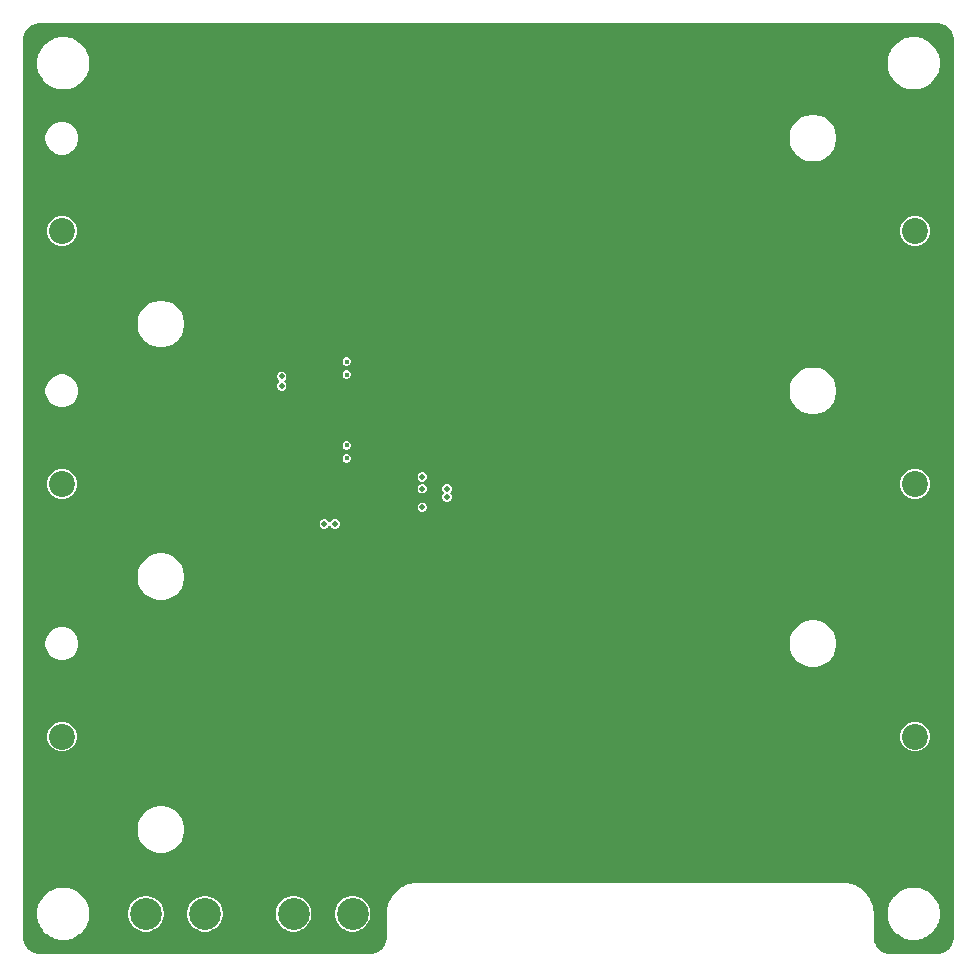
<source format=gbr>
%TF.GenerationSoftware,Altium Limited,Altium Designer,21.6.1 (37)*%
G04 Layer_Physical_Order=3*
G04 Layer_Color=16440176*
%FSLAX45Y45*%
%MOMM*%
%TF.SameCoordinates,713E3131-B0EE-4415-9D9D-843BC13DAD56*%
%TF.FilePolarity,Positive*%
%TF.FileFunction,Copper,L3,Inr,Signal*%
%TF.Part,Single*%
G01*
G75*
%TA.AperFunction,ComponentPad*%
%ADD10C,2.20000*%
%ADD11C,2.70000*%
%TA.AperFunction,ViaPad*%
%ADD12C,0.50000*%
%ADD13C,0.40000*%
G36*
X7841129Y7934126D02*
X7866393Y7923661D01*
X7889132Y7908468D01*
X7908468Y7889132D01*
X7923661Y7866393D01*
X7934126Y7841129D01*
X7939461Y7814308D01*
Y7800635D01*
X7939461Y200636D01*
X7939461Y186962D01*
X7934126Y160141D01*
X7923661Y134876D01*
X7908468Y112138D01*
X7889132Y92802D01*
X7866394Y77609D01*
X7841129Y67144D01*
X7814309Y61809D01*
X7400636D01*
X7386962Y61809D01*
X7360141Y67144D01*
X7334877Y77609D01*
X7312139Y92802D01*
X7292803Y112138D01*
X7277610Y134876D01*
X7267144Y160141D01*
X7261810Y186961D01*
X7261809Y400634D01*
X7261512Y402129D01*
X7261736Y403637D01*
X7260772Y423240D01*
X7259671Y427639D01*
Y432173D01*
X7252022Y470626D01*
X7249716Y476192D01*
X7248540Y482102D01*
X7233537Y518324D01*
X7230190Y523334D01*
X7227884Y528900D01*
X7206102Y561500D01*
X7201841Y565760D01*
X7198494Y570770D01*
X7170771Y598493D01*
X7165761Y601840D01*
X7161501Y606100D01*
X7128902Y627883D01*
X7123334Y630189D01*
X7118325Y633536D01*
X7082103Y648540D01*
X7076193Y649715D01*
X7070627Y652021D01*
X7032173Y659670D01*
X7027638D01*
X7023240Y660772D01*
X7003636Y661735D01*
X7002130Y661511D01*
X7000635Y661808D01*
X3400000Y661809D01*
X3398456Y661502D01*
X3396898Y661730D01*
X3377929Y660767D01*
X3373581Y659671D01*
X3369097D01*
X3330643Y652022D01*
X3325077Y649716D01*
X3319168Y648540D01*
X3282945Y633537D01*
X3277935Y630189D01*
X3272369Y627883D01*
X3239770Y606101D01*
X3235509Y601841D01*
X3230500Y598494D01*
X3202776Y570770D01*
X3199429Y565761D01*
X3195169Y561500D01*
X3173387Y528901D01*
X3171081Y523334D01*
X3167733Y518324D01*
X3152730Y482102D01*
X3151554Y476193D01*
X3149248Y470627D01*
X3141600Y432173D01*
Y427638D01*
X3140498Y423239D01*
X3139535Y403636D01*
X3139758Y402129D01*
X3139461Y400635D01*
X3139461Y200636D01*
X3139461Y186962D01*
X3134126Y160141D01*
X3123661Y134876D01*
X3108467Y112138D01*
X3089132Y92802D01*
X3066393Y77609D01*
X3041128Y67144D01*
X3014309Y61809D01*
X3000635D01*
X200635Y61809D01*
X186962Y61809D01*
X160141Y67144D01*
X134877Y77609D01*
X112138Y92802D01*
X92803Y112137D01*
X77609Y134877D01*
X67144Y160141D01*
X61809Y186961D01*
Y200635D01*
Y7800635D01*
X61809Y7814308D01*
X67144Y7841129D01*
X77609Y7866393D01*
X92802Y7889131D01*
X112138Y7908467D01*
X134877Y7923661D01*
X160142Y7934126D01*
X186962Y7939460D01*
X200635Y7939460D01*
X7800635Y7939461D01*
X7814308D01*
X7841129Y7934126D01*
D02*
G37*
%LPC*%
G36*
X7616394Y7821810D02*
X7584877D01*
X7578967Y7820635D01*
X7572942D01*
X7542030Y7814486D01*
X7536463Y7812180D01*
X7530554Y7811004D01*
X7501436Y7798943D01*
X7496426Y7795596D01*
X7490860Y7793290D01*
X7464654Y7775780D01*
X7460393Y7771519D01*
X7455384Y7768172D01*
X7433098Y7745886D01*
X7429750Y7740877D01*
X7425490Y7736616D01*
X7407980Y7710410D01*
X7405674Y7704843D01*
X7402327Y7699834D01*
X7390265Y7670716D01*
X7389090Y7664806D01*
X7386784Y7659239D01*
X7380635Y7628328D01*
Y7622303D01*
X7379460Y7616393D01*
Y7584876D01*
X7380635Y7578966D01*
Y7572942D01*
X7386784Y7542030D01*
X7389090Y7536463D01*
X7390265Y7530553D01*
X7402327Y7501435D01*
X7405674Y7496426D01*
X7407980Y7490859D01*
X7425490Y7464653D01*
X7429750Y7460392D01*
X7433098Y7455383D01*
X7455384Y7433097D01*
X7460393Y7429750D01*
X7464654Y7425489D01*
X7490860Y7407979D01*
X7496426Y7405673D01*
X7501436Y7402326D01*
X7530554Y7390265D01*
X7536464Y7389089D01*
X7542030Y7386784D01*
X7572942Y7380635D01*
X7578967D01*
X7584877Y7379459D01*
X7616394D01*
X7622304Y7380635D01*
X7628328D01*
X7659240Y7386784D01*
X7664807Y7389089D01*
X7670717Y7390265D01*
X7699834Y7402326D01*
X7704844Y7405673D01*
X7710411Y7407979D01*
X7736616Y7425489D01*
X7740877Y7429750D01*
X7745887Y7433097D01*
X7768173Y7455383D01*
X7771520Y7460392D01*
X7775781Y7464653D01*
X7793291Y7490859D01*
X7795597Y7496426D01*
X7798944Y7501435D01*
X7811005Y7530553D01*
X7812180Y7536463D01*
X7814486Y7542030D01*
X7820635Y7572941D01*
Y7578967D01*
X7821811Y7584876D01*
Y7616393D01*
X7820635Y7622303D01*
Y7628328D01*
X7814486Y7659240D01*
X7812180Y7664807D01*
X7811005Y7670716D01*
X7798944Y7699834D01*
X7795597Y7704844D01*
X7793291Y7710410D01*
X7775781Y7736616D01*
X7771520Y7740877D01*
X7768173Y7745886D01*
X7745887Y7768172D01*
X7740877Y7771519D01*
X7736616Y7775780D01*
X7710411Y7793290D01*
X7704844Y7795596D01*
X7699834Y7798943D01*
X7670716Y7811004D01*
X7664807Y7812180D01*
X7659240Y7814486D01*
X7628329Y7820635D01*
X7622303D01*
X7616394Y7821810D01*
D02*
G37*
G36*
X416394D02*
X384877D01*
X378967Y7820635D01*
X372942D01*
X342030Y7814486D01*
X336463Y7812180D01*
X330554Y7811004D01*
X301436Y7798943D01*
X296426Y7795596D01*
X290860Y7793290D01*
X264654Y7775780D01*
X260393Y7771519D01*
X255384Y7768172D01*
X233098Y7745886D01*
X229750Y7740877D01*
X225490Y7736616D01*
X207980Y7710410D01*
X205674Y7704843D01*
X202326Y7699834D01*
X190265Y7670716D01*
X189090Y7664806D01*
X186784Y7659239D01*
X180635Y7628328D01*
Y7622303D01*
X179460Y7616393D01*
Y7600636D01*
X179460Y7584877D01*
X180635Y7578967D01*
Y7572941D01*
X186784Y7542029D01*
X189090Y7536462D01*
X190265Y7530553D01*
X202326Y7501435D01*
X205674Y7496426D01*
X207980Y7490859D01*
X225490Y7464653D01*
X229750Y7460392D01*
X233098Y7455383D01*
X255384Y7433097D01*
X260393Y7429750D01*
X264654Y7425489D01*
X290859Y7407979D01*
X296426Y7405673D01*
X301436Y7402326D01*
X330554Y7390265D01*
X336464Y7389089D01*
X342030Y7386784D01*
X372942Y7380635D01*
X378967D01*
X384877Y7379459D01*
X416394D01*
X422303Y7380635D01*
X428328D01*
X459240Y7386784D01*
X464807Y7389089D01*
X470717Y7390265D01*
X499834Y7402326D01*
X504844Y7405673D01*
X510410Y7407979D01*
X536616Y7425489D01*
X540877Y7429750D01*
X545887Y7433097D01*
X568173Y7455383D01*
X571520Y7460392D01*
X575781Y7464653D01*
X593291Y7490859D01*
X595596Y7496426D01*
X598944Y7501435D01*
X611005Y7530553D01*
X612180Y7536463D01*
X614486Y7542030D01*
X620635Y7572941D01*
Y7578967D01*
X621811Y7584876D01*
Y7616393D01*
X620635Y7622303D01*
Y7628328D01*
X614486Y7659240D01*
X612180Y7664807D01*
X611005Y7670716D01*
X598944Y7699834D01*
X595596Y7704844D01*
X593291Y7710410D01*
X575781Y7736616D01*
X571520Y7740877D01*
X568173Y7745886D01*
X545887Y7768172D01*
X540877Y7771519D01*
X536616Y7775780D01*
X510411Y7793290D01*
X504844Y7795596D01*
X499834Y7798943D01*
X470716Y7811004D01*
X464807Y7812180D01*
X459240Y7814486D01*
X428329Y7820635D01*
X422303D01*
X416394Y7821810D01*
D02*
G37*
G36*
X407365Y7106500D02*
X370634D01*
X335155Y7096993D01*
X303345Y7078627D01*
X277372Y7052655D01*
X259007Y7020845D01*
X249500Y6985365D01*
Y6948634D01*
X259007Y6913155D01*
X277372Y6881345D01*
X303345Y6855372D01*
X335155Y6837007D01*
X370634Y6827500D01*
X407365D01*
X442845Y6837007D01*
X474655Y6855372D01*
X500627Y6881345D01*
X518993Y6913155D01*
X528500Y6948634D01*
Y6985365D01*
X518993Y7020845D01*
X500627Y7052655D01*
X474655Y7078627D01*
X442845Y7096993D01*
X407365Y7106500D01*
D02*
G37*
G36*
X6766452Y7164500D02*
X6727548D01*
X6689391Y7156910D01*
X6653448Y7142022D01*
X6621101Y7120408D01*
X6593592Y7092899D01*
X6571977Y7060551D01*
X6557090Y7024609D01*
X6549500Y6986452D01*
Y6947548D01*
X6557090Y6909391D01*
X6571977Y6873449D01*
X6593592Y6841101D01*
X6621101Y6813592D01*
X6653448Y6791978D01*
X6689391Y6777090D01*
X6727548Y6769500D01*
X6766452D01*
X6804608Y6777090D01*
X6840551Y6791978D01*
X6872899Y6813592D01*
X6900408Y6841101D01*
X6922022Y6873449D01*
X6936910Y6909391D01*
X6944500Y6947548D01*
Y6986452D01*
X6936910Y7024609D01*
X6922022Y7060551D01*
X6900408Y7092899D01*
X6872899Y7120408D01*
X6840551Y7142022D01*
X6804608Y7156910D01*
X6766452Y7164500D01*
D02*
G37*
G36*
X7627456Y6305000D02*
X7594543D01*
X7562751Y6296482D01*
X7534248Y6280025D01*
X7510975Y6256752D01*
X7494518Y6228248D01*
X7486000Y6196457D01*
Y6163543D01*
X7494518Y6131752D01*
X7510975Y6103248D01*
X7534248Y6079975D01*
X7562751Y6063518D01*
X7594543Y6055000D01*
X7627456D01*
X7659248Y6063518D01*
X7687752Y6079975D01*
X7711025Y6103248D01*
X7727481Y6131752D01*
X7736000Y6163543D01*
Y6196457D01*
X7727481Y6228248D01*
X7711025Y6256752D01*
X7687752Y6280025D01*
X7659248Y6296482D01*
X7627456Y6305000D01*
D02*
G37*
G36*
X405456Y6305000D02*
X372543D01*
X340751Y6296481D01*
X312248Y6280025D01*
X288975Y6256752D01*
X272518Y6228248D01*
X264000Y6196456D01*
Y6163543D01*
X272518Y6131752D01*
X288975Y6103248D01*
X312248Y6079975D01*
X340751Y6063518D01*
X372543Y6055000D01*
X405456D01*
X437248Y6063518D01*
X465752Y6079975D01*
X489025Y6103248D01*
X505481Y6131752D01*
X514000Y6163543D01*
Y6196456D01*
X505481Y6228248D01*
X489025Y6256752D01*
X465752Y6280025D01*
X437248Y6296481D01*
X405456Y6305000D01*
D02*
G37*
G36*
X1246452Y5590500D02*
X1207548D01*
X1169391Y5582910D01*
X1133449Y5568022D01*
X1101101Y5546408D01*
X1073592Y5518899D01*
X1051978Y5486551D01*
X1037090Y5450609D01*
X1029500Y5412452D01*
Y5373548D01*
X1037090Y5335391D01*
X1051978Y5299449D01*
X1073592Y5267101D01*
X1101101Y5239592D01*
X1133449Y5217978D01*
X1169391Y5203090D01*
X1207548Y5195500D01*
X1246452D01*
X1284609Y5203090D01*
X1320551Y5217978D01*
X1352899Y5239592D01*
X1380408Y5267101D01*
X1402022Y5299449D01*
X1416910Y5335391D01*
X1424500Y5373548D01*
Y5412452D01*
X1416910Y5450609D01*
X1402022Y5486551D01*
X1380408Y5518899D01*
X1352899Y5546408D01*
X1320551Y5568022D01*
X1284609Y5582910D01*
X1246452Y5590500D01*
D02*
G37*
G36*
X2806962Y5110000D02*
X2793038D01*
X2780174Y5104672D01*
X2770328Y5094826D01*
X2765000Y5081962D01*
Y5068038D01*
X2770328Y5055174D01*
X2780174Y5045328D01*
X2793038Y5040000D01*
X2806962D01*
X2819826Y5045328D01*
X2829672Y5055174D01*
X2835000Y5068038D01*
Y5081962D01*
X2829672Y5094826D01*
X2819826Y5104672D01*
X2806962Y5110000D01*
D02*
G37*
G36*
Y5000000D02*
X2793038D01*
X2780174Y4994672D01*
X2770328Y4984826D01*
X2765000Y4971962D01*
Y4958038D01*
X2770328Y4945174D01*
X2780174Y4935329D01*
X2793038Y4930000D01*
X2806962D01*
X2819826Y4935329D01*
X2829672Y4945174D01*
X2835000Y4958038D01*
Y4971962D01*
X2829672Y4984826D01*
X2819826Y4994672D01*
X2806962Y5000000D01*
D02*
G37*
G36*
X2257957Y4990000D02*
X2242044D01*
X2227342Y4983910D01*
X2216090Y4972658D01*
X2210000Y4957957D01*
Y4942043D01*
X2216090Y4927342D01*
X2226234Y4917198D01*
X2226834Y4910000D01*
X2226234Y4902802D01*
X2216090Y4892658D01*
X2210000Y4877956D01*
Y4862043D01*
X2216090Y4847342D01*
X2227342Y4836090D01*
X2242044Y4830000D01*
X2257957D01*
X2272658Y4836090D01*
X2283910Y4847342D01*
X2290000Y4862043D01*
Y4877956D01*
X2283910Y4892658D01*
X2273766Y4902802D01*
X2273166Y4910000D01*
X2273766Y4917198D01*
X2283910Y4927342D01*
X2290000Y4942043D01*
Y4957957D01*
X2283910Y4972658D01*
X2272658Y4983910D01*
X2257957Y4990000D01*
D02*
G37*
G36*
X407365Y4966499D02*
X370634D01*
X335155Y4956993D01*
X303345Y4938627D01*
X277372Y4912654D01*
X259007Y4880844D01*
X249500Y4845365D01*
Y4808634D01*
X259007Y4773155D01*
X277372Y4741345D01*
X303345Y4715372D01*
X335155Y4697006D01*
X370634Y4687500D01*
X407365D01*
X442845Y4697006D01*
X474655Y4715372D01*
X500627Y4741345D01*
X518993Y4773155D01*
X528500Y4808634D01*
Y4845365D01*
X518993Y4880844D01*
X500627Y4912654D01*
X474655Y4938627D01*
X442845Y4956993D01*
X407365Y4966499D01*
D02*
G37*
G36*
X6766452Y5024499D02*
X6727548D01*
X6689391Y5016910D01*
X6653448Y5002022D01*
X6621101Y4980408D01*
X6593592Y4952898D01*
X6571977Y4920551D01*
X6557090Y4884608D01*
X6549500Y4846452D01*
Y4807547D01*
X6557090Y4769391D01*
X6571977Y4733448D01*
X6593592Y4701101D01*
X6621101Y4673591D01*
X6653448Y4651977D01*
X6689391Y4637089D01*
X6727548Y4629500D01*
X6766452D01*
X6804608Y4637089D01*
X6840551Y4651977D01*
X6872899Y4673591D01*
X6900408Y4701101D01*
X6922022Y4733448D01*
X6936910Y4769391D01*
X6944500Y4807547D01*
Y4846452D01*
X6936910Y4884608D01*
X6922022Y4920551D01*
X6900408Y4952898D01*
X6872899Y4980408D01*
X6840551Y5002022D01*
X6804608Y5016910D01*
X6766452Y5024499D01*
D02*
G37*
G36*
X2806962Y4400000D02*
X2793038D01*
X2780174Y4394671D01*
X2770329Y4384826D01*
X2765000Y4371962D01*
Y4358038D01*
X2770329Y4345174D01*
X2780174Y4335328D01*
X2793038Y4330000D01*
X2806962D01*
X2819826Y4335328D01*
X2829672Y4345174D01*
X2835000Y4358038D01*
Y4371962D01*
X2829672Y4384826D01*
X2819826Y4394671D01*
X2806962Y4400000D01*
D02*
G37*
G36*
Y4290000D02*
X2793038D01*
X2780174Y4284672D01*
X2770329Y4274826D01*
X2765000Y4261962D01*
Y4248038D01*
X2770329Y4235174D01*
X2780174Y4225329D01*
X2793038Y4220000D01*
X2806962D01*
X2819826Y4225329D01*
X2829672Y4235174D01*
X2835000Y4248038D01*
Y4261962D01*
X2829672Y4274826D01*
X2819826Y4284672D01*
X2806962Y4290000D01*
D02*
G37*
G36*
X3447957Y4140000D02*
X3432043D01*
X3417342Y4133910D01*
X3406090Y4122658D01*
X3400000Y4107956D01*
Y4092043D01*
X3406090Y4077342D01*
X3417342Y4066090D01*
X3432043Y4060000D01*
X3447957D01*
X3462658Y4066090D01*
X3473910Y4077342D01*
X3480000Y4092043D01*
Y4107956D01*
X3473910Y4122658D01*
X3462658Y4133910D01*
X3447957Y4140000D01*
D02*
G37*
G36*
Y4040000D02*
X3432043D01*
X3417342Y4033910D01*
X3406090Y4022658D01*
X3400000Y4007956D01*
Y3992043D01*
X3406090Y3977342D01*
X3417342Y3966090D01*
X3432043Y3960000D01*
X3447957D01*
X3462658Y3966090D01*
X3473910Y3977342D01*
X3480000Y3992043D01*
Y4007956D01*
X3473910Y4022658D01*
X3462658Y4033910D01*
X3447957Y4040000D01*
D02*
G37*
G36*
X7627456Y4165000D02*
X7594543D01*
X7562751Y4156481D01*
X7534248Y4140025D01*
X7510975Y4116752D01*
X7494518Y4088248D01*
X7486000Y4056456D01*
Y4023543D01*
X7494518Y3991751D01*
X7510975Y3963248D01*
X7534248Y3939975D01*
X7562751Y3923518D01*
X7594543Y3915000D01*
X7627456D01*
X7659248Y3923518D01*
X7687752Y3939975D01*
X7711025Y3963248D01*
X7727481Y3991751D01*
X7736000Y4023543D01*
Y4056456D01*
X7727481Y4088248D01*
X7711025Y4116752D01*
X7687752Y4140025D01*
X7659248Y4156481D01*
X7627456Y4165000D01*
D02*
G37*
G36*
X405456Y4165000D02*
X372543D01*
X340751Y4156481D01*
X312248Y4140024D01*
X288975Y4116751D01*
X272518Y4088248D01*
X264000Y4056456D01*
Y4023543D01*
X272518Y3991751D01*
X288975Y3963248D01*
X312248Y3939975D01*
X340751Y3923518D01*
X372543Y3915000D01*
X405456D01*
X437248Y3923518D01*
X465752Y3939975D01*
X489025Y3963248D01*
X505481Y3991751D01*
X514000Y4023543D01*
Y4056456D01*
X505481Y4088248D01*
X489025Y4116751D01*
X465752Y4140024D01*
X437248Y4156481D01*
X405456Y4165000D01*
D02*
G37*
G36*
X3657957Y4040000D02*
X3642044D01*
X3627342Y4033910D01*
X3616090Y4022658D01*
X3610000Y4007956D01*
Y3992043D01*
X3616090Y3977342D01*
X3620135Y3973297D01*
X3626505Y3965000D01*
X3620135Y3956703D01*
X3616090Y3952658D01*
X3610000Y3937957D01*
Y3922043D01*
X3616090Y3907342D01*
X3627342Y3896090D01*
X3642044Y3890000D01*
X3657957D01*
X3672658Y3896090D01*
X3683910Y3907342D01*
X3690000Y3922043D01*
Y3937957D01*
X3683910Y3952658D01*
X3679865Y3956703D01*
X3673495Y3965000D01*
X3679865Y3973297D01*
X3683910Y3977342D01*
X3690000Y3992043D01*
Y4007956D01*
X3683910Y4022658D01*
X3672658Y4033910D01*
X3657957Y4040000D01*
D02*
G37*
G36*
X3447957Y3880000D02*
X3432043D01*
X3417342Y3873910D01*
X3406090Y3862658D01*
X3400000Y3847956D01*
Y3832043D01*
X3406090Y3817342D01*
X3417342Y3806090D01*
X3432043Y3800000D01*
X3447957D01*
X3462658Y3806090D01*
X3473910Y3817342D01*
X3480000Y3832043D01*
Y3847956D01*
X3473910Y3862658D01*
X3462658Y3873910D01*
X3447957Y3880000D01*
D02*
G37*
G36*
X2707956Y3740000D02*
X2692043D01*
X2677342Y3733910D01*
X2666090Y3722658D01*
X2661733Y3712141D01*
X2648267D01*
X2643910Y3722658D01*
X2632658Y3733910D01*
X2617957Y3740000D01*
X2602044D01*
X2587342Y3733910D01*
X2576090Y3722658D01*
X2570000Y3707957D01*
Y3692043D01*
X2576090Y3677342D01*
X2587342Y3666090D01*
X2602044Y3660000D01*
X2617957D01*
X2632658Y3666090D01*
X2643910Y3677342D01*
X2648267Y3687859D01*
X2661733D01*
X2666090Y3677342D01*
X2677342Y3666090D01*
X2692043Y3660000D01*
X2707956D01*
X2722658Y3666090D01*
X2733910Y3677342D01*
X2740000Y3692043D01*
Y3707957D01*
X2733910Y3722658D01*
X2722658Y3733910D01*
X2707956Y3740000D01*
D02*
G37*
G36*
X1246452Y3450500D02*
X1207548D01*
X1169391Y3442910D01*
X1133449Y3428022D01*
X1101101Y3406408D01*
X1073592Y3378898D01*
X1051978Y3346551D01*
X1037090Y3310608D01*
X1029500Y3272452D01*
Y3233548D01*
X1037090Y3195391D01*
X1051978Y3159448D01*
X1073592Y3127101D01*
X1101101Y3099591D01*
X1133449Y3077977D01*
X1169391Y3063089D01*
X1207548Y3055500D01*
X1246452D01*
X1284609Y3063089D01*
X1320551Y3077977D01*
X1352899Y3099591D01*
X1380408Y3127101D01*
X1402022Y3159448D01*
X1416910Y3195391D01*
X1424500Y3233548D01*
Y3272452D01*
X1416910Y3310608D01*
X1402022Y3346551D01*
X1380408Y3378898D01*
X1352899Y3406408D01*
X1320551Y3428022D01*
X1284609Y3442910D01*
X1246452Y3450500D01*
D02*
G37*
G36*
X407365Y2826500D02*
X370634D01*
X335155Y2816993D01*
X303345Y2798627D01*
X277372Y2772655D01*
X259007Y2740845D01*
X249500Y2705365D01*
Y2668634D01*
X259007Y2633155D01*
X277372Y2601345D01*
X303345Y2575372D01*
X335155Y2557007D01*
X370634Y2547500D01*
X407365D01*
X442845Y2557007D01*
X474655Y2575372D01*
X500627Y2601345D01*
X518993Y2633155D01*
X528500Y2668634D01*
Y2705365D01*
X518993Y2740845D01*
X500627Y2772655D01*
X474655Y2798627D01*
X442845Y2816993D01*
X407365Y2826500D01*
D02*
G37*
G36*
X6766452Y2884500D02*
X6727548D01*
X6689391Y2876910D01*
X6653448Y2862022D01*
X6621101Y2840408D01*
X6593592Y2812899D01*
X6571977Y2780551D01*
X6557090Y2744608D01*
X6549500Y2706452D01*
Y2667548D01*
X6557090Y2629391D01*
X6571977Y2593448D01*
X6593592Y2561101D01*
X6621101Y2533592D01*
X6653448Y2511977D01*
X6689391Y2497089D01*
X6727548Y2489500D01*
X6766452D01*
X6804608Y2497089D01*
X6840551Y2511977D01*
X6872899Y2533592D01*
X6900408Y2561101D01*
X6922022Y2593448D01*
X6936910Y2629391D01*
X6944500Y2667548D01*
Y2706452D01*
X6936910Y2744608D01*
X6922022Y2780551D01*
X6900408Y2812899D01*
X6872899Y2840408D01*
X6840551Y2862022D01*
X6804608Y2876910D01*
X6766452Y2884500D01*
D02*
G37*
G36*
X7627456Y2025000D02*
X7594543D01*
X7562751Y2016482D01*
X7534248Y2000025D01*
X7510975Y1976752D01*
X7494518Y1948248D01*
X7486000Y1916457D01*
Y1883543D01*
X7494518Y1851752D01*
X7510975Y1823248D01*
X7534248Y1799975D01*
X7562751Y1783518D01*
X7594543Y1775000D01*
X7627456D01*
X7659248Y1783518D01*
X7687752Y1799975D01*
X7711025Y1823248D01*
X7727481Y1851752D01*
X7736000Y1883543D01*
Y1916457D01*
X7727481Y1948248D01*
X7711025Y1976752D01*
X7687752Y2000025D01*
X7659248Y2016482D01*
X7627456Y2025000D01*
D02*
G37*
G36*
X405456Y2025000D02*
X372543D01*
X340751Y2016481D01*
X312248Y2000025D01*
X288975Y1976752D01*
X272518Y1948248D01*
X264000Y1916456D01*
Y1883543D01*
X272518Y1851751D01*
X288975Y1823248D01*
X312248Y1799975D01*
X340751Y1783518D01*
X372543Y1775000D01*
X405456D01*
X437248Y1783518D01*
X465752Y1799975D01*
X489025Y1823248D01*
X505481Y1851751D01*
X514000Y1883543D01*
Y1916456D01*
X505481Y1948248D01*
X489025Y1976752D01*
X465752Y2000025D01*
X437248Y2016481D01*
X405456Y2025000D01*
D02*
G37*
G36*
X1246452Y1310500D02*
X1207548D01*
X1169391Y1302910D01*
X1133449Y1288022D01*
X1101101Y1266408D01*
X1073592Y1238899D01*
X1051978Y1206551D01*
X1037090Y1170609D01*
X1029500Y1132452D01*
Y1093548D01*
X1037090Y1055391D01*
X1051978Y1019449D01*
X1073592Y987101D01*
X1101101Y959592D01*
X1133449Y937978D01*
X1169391Y923090D01*
X1207548Y915500D01*
X1246452D01*
X1284609Y923090D01*
X1320551Y937978D01*
X1352899Y959592D01*
X1380408Y987101D01*
X1402022Y1019449D01*
X1416910Y1055391D01*
X1424500Y1093548D01*
Y1132452D01*
X1416910Y1170609D01*
X1402022Y1206551D01*
X1380408Y1238899D01*
X1352899Y1266408D01*
X1320551Y1288022D01*
X1284609Y1302910D01*
X1246452Y1310500D01*
D02*
G37*
G36*
X2864774Y550000D02*
X2835226D01*
X2806247Y544235D01*
X2778948Y532928D01*
X2754381Y516513D01*
X2733487Y495619D01*
X2717072Y471052D01*
X2705764Y443753D01*
X2700000Y414774D01*
Y385226D01*
X2705764Y356247D01*
X2717072Y328948D01*
X2733487Y304381D01*
X2754381Y283487D01*
X2778948Y267072D01*
X2806247Y255765D01*
X2835226Y250000D01*
X2864774D01*
X2893753Y255765D01*
X2921052Y267072D01*
X2945619Y283487D01*
X2966512Y304381D01*
X2982928Y328948D01*
X2994235Y356247D01*
X3000000Y385226D01*
Y414774D01*
X2994235Y443753D01*
X2982928Y471052D01*
X2966512Y495619D01*
X2945619Y516513D01*
X2921052Y532928D01*
X2893753Y544235D01*
X2864774Y550000D01*
D02*
G37*
G36*
X2364774D02*
X2335226D01*
X2306247Y544235D01*
X2278948Y532928D01*
X2254381Y516513D01*
X2233487Y495619D01*
X2217072Y471052D01*
X2205764Y443753D01*
X2200000Y414774D01*
Y385226D01*
X2205764Y356247D01*
X2217072Y328948D01*
X2233487Y304381D01*
X2254381Y283487D01*
X2278948Y267072D01*
X2306247Y255765D01*
X2335226Y250000D01*
X2364774D01*
X2393753Y255765D01*
X2421052Y267072D01*
X2445619Y283487D01*
X2466512Y304381D01*
X2482928Y328948D01*
X2494235Y356247D01*
X2500000Y385226D01*
Y414774D01*
X2494235Y443753D01*
X2482928Y471052D01*
X2466512Y495619D01*
X2445619Y516513D01*
X2421052Y532928D01*
X2393753Y544235D01*
X2364774Y550000D01*
D02*
G37*
G36*
X1614774D02*
X1585226D01*
X1556247Y544235D01*
X1528948Y532928D01*
X1504381Y516513D01*
X1483488Y495619D01*
X1467072Y471052D01*
X1455765Y443753D01*
X1450000Y414774D01*
Y385226D01*
X1455765Y356247D01*
X1467072Y328948D01*
X1483488Y304381D01*
X1504381Y283487D01*
X1528948Y267072D01*
X1556247Y255765D01*
X1585226Y250000D01*
X1614774D01*
X1643753Y255765D01*
X1671052Y267072D01*
X1695619Y283487D01*
X1716513Y304381D01*
X1732928Y328948D01*
X1744236Y356247D01*
X1750000Y385226D01*
Y414774D01*
X1744236Y443753D01*
X1732928Y471052D01*
X1716513Y495619D01*
X1695619Y516513D01*
X1671052Y532928D01*
X1643753Y544235D01*
X1614774Y550000D01*
D02*
G37*
G36*
X1114774D02*
X1085226D01*
X1056247Y544235D01*
X1028948Y532928D01*
X1004381Y516513D01*
X983487Y495619D01*
X967072Y471052D01*
X955765Y443753D01*
X950000Y414774D01*
Y385226D01*
X955765Y356247D01*
X967072Y328948D01*
X983487Y304381D01*
X1004381Y283487D01*
X1028948Y267072D01*
X1056247Y255765D01*
X1085226Y250000D01*
X1114774D01*
X1143753Y255765D01*
X1171052Y267072D01*
X1195619Y283487D01*
X1216513Y304381D01*
X1232928Y328948D01*
X1244236Y356247D01*
X1250000Y385226D01*
Y414774D01*
X1244236Y443753D01*
X1232928Y471052D01*
X1216513Y495619D01*
X1195619Y516513D01*
X1171052Y532928D01*
X1143753Y544235D01*
X1114774Y550000D01*
D02*
G37*
G36*
X7616394Y621810D02*
X7584877D01*
X7578967Y620635D01*
X7572942D01*
X7542030Y614486D01*
X7536463Y612180D01*
X7530554Y611004D01*
X7501436Y598943D01*
X7496426Y595596D01*
X7490860Y593290D01*
X7464654Y575780D01*
X7460393Y571519D01*
X7455384Y568172D01*
X7433098Y545886D01*
X7429750Y540877D01*
X7425490Y536616D01*
X7407980Y510410D01*
X7405674Y504843D01*
X7402327Y499834D01*
X7390265Y470716D01*
X7389090Y464806D01*
X7386784Y459239D01*
X7380635Y428328D01*
Y422303D01*
X7379460Y416393D01*
Y384876D01*
X7380635Y378966D01*
Y372942D01*
X7386784Y342030D01*
X7389090Y336463D01*
X7390265Y330553D01*
X7402327Y301435D01*
X7405674Y296426D01*
X7407980Y290859D01*
X7425490Y264653D01*
X7429750Y260392D01*
X7433098Y255383D01*
X7455384Y233097D01*
X7460393Y229750D01*
X7464654Y225489D01*
X7490860Y207979D01*
X7496426Y205673D01*
X7501436Y202326D01*
X7530554Y190265D01*
X7536463Y189089D01*
X7542030Y186783D01*
X7572942Y180635D01*
X7578968D01*
X7584878Y179459D01*
X7600636Y179459D01*
X7616394D01*
X7622304Y180635D01*
X7628328D01*
X7659240Y186783D01*
X7664807Y189089D01*
X7670717Y190265D01*
X7699834Y202326D01*
X7704844Y205673D01*
X7710411Y207979D01*
X7736616Y225489D01*
X7740877Y229750D01*
X7745887Y233097D01*
X7768173Y255383D01*
X7771520Y260392D01*
X7775781Y264653D01*
X7793291Y290859D01*
X7795597Y296426D01*
X7798944Y301435D01*
X7811005Y330553D01*
X7812180Y336463D01*
X7814486Y342030D01*
X7820635Y372941D01*
Y378966D01*
X7821811Y384876D01*
Y416393D01*
X7820635Y422303D01*
Y428328D01*
X7814486Y459240D01*
X7812180Y464807D01*
X7811005Y470716D01*
X7798944Y499834D01*
X7795597Y504844D01*
X7793291Y510410D01*
X7775781Y536616D01*
X7771520Y540877D01*
X7768173Y545886D01*
X7745887Y568172D01*
X7740877Y571519D01*
X7736616Y575780D01*
X7710411Y593290D01*
X7704844Y595596D01*
X7699834Y598943D01*
X7670716Y611004D01*
X7664807Y612180D01*
X7659240Y614486D01*
X7628329Y620635D01*
X7622303D01*
X7616394Y621810D01*
D02*
G37*
G36*
X416394D02*
X384877D01*
X378967Y620635D01*
X372942D01*
X342030Y614486D01*
X336463Y612180D01*
X330554Y611004D01*
X301436Y598943D01*
X296426Y595596D01*
X290860Y593290D01*
X264654Y575780D01*
X260393Y571519D01*
X255384Y568172D01*
X233098Y545886D01*
X229750Y540877D01*
X225490Y536616D01*
X207980Y510410D01*
X205674Y504843D01*
X202326Y499834D01*
X190265Y470716D01*
X189090Y464806D01*
X186784Y459240D01*
X180635Y428328D01*
Y422302D01*
X179460Y416392D01*
X179460Y400634D01*
Y384876D01*
X180635Y378966D01*
Y372942D01*
X186784Y342030D01*
X189090Y336463D01*
X190265Y330553D01*
X202326Y301435D01*
X205674Y296426D01*
X207980Y290859D01*
X225490Y264653D01*
X229750Y260392D01*
X233098Y255383D01*
X255384Y233097D01*
X260393Y229750D01*
X264654Y225489D01*
X290859Y207979D01*
X296426Y205673D01*
X301436Y202326D01*
X330554Y190265D01*
X336463Y189089D01*
X342030Y186783D01*
X372942Y180635D01*
X378968D01*
X384878Y179459D01*
X400636Y179459D01*
X416394D01*
X422303Y180635D01*
X428328D01*
X459240Y186783D01*
X464807Y189089D01*
X470717Y190265D01*
X499834Y202326D01*
X504844Y205673D01*
X510410Y207979D01*
X536616Y225489D01*
X540877Y229750D01*
X545887Y233097D01*
X568173Y255383D01*
X571520Y260392D01*
X575781Y264653D01*
X593291Y290859D01*
X595596Y296426D01*
X598944Y301435D01*
X611005Y330553D01*
X612180Y336463D01*
X614486Y342030D01*
X620635Y372941D01*
Y378966D01*
X621811Y384876D01*
Y416393D01*
X620635Y422303D01*
Y428328D01*
X614486Y459240D01*
X612180Y464807D01*
X611005Y470716D01*
X598944Y499834D01*
X595596Y504844D01*
X593291Y510410D01*
X575781Y536616D01*
X571520Y540877D01*
X568173Y545886D01*
X545887Y568172D01*
X540877Y571519D01*
X536616Y575780D01*
X510411Y593290D01*
X504844Y595596D01*
X499834Y598943D01*
X470716Y611004D01*
X464807Y612180D01*
X459240Y614486D01*
X428329Y620635D01*
X422303D01*
X416394Y621810D01*
D02*
G37*
%LPD*%
D10*
X7611000Y6180000D02*
D03*
X389000Y6180000D02*
D03*
X7611000Y4040000D02*
D03*
X389000Y4040000D02*
D03*
X7611000Y1900000D02*
D03*
X389000Y1900000D02*
D03*
D11*
X2850000Y400000D02*
D03*
X2350000D02*
D03*
X1600000D02*
D03*
X1100000D02*
D03*
D12*
X2610000Y3700000D02*
D03*
X2700000D02*
D03*
X3770000Y4000000D02*
D03*
X3650000D02*
D03*
X3770000Y3930000D02*
D03*
X3440000Y4000000D02*
D03*
Y4100000D02*
D03*
X3650000Y3930000D02*
D03*
X3440000Y3840000D02*
D03*
X2970000Y3320000D02*
D03*
Y3230000D02*
D03*
X3070000Y4420000D02*
D03*
X3160000D02*
D03*
X3530000Y5170000D02*
D03*
Y5080000D02*
D03*
X3450000D02*
D03*
Y5170000D02*
D03*
X2250000Y4870000D02*
D03*
Y4950000D02*
D03*
D13*
X2800000Y5075000D02*
D03*
Y4965000D02*
D03*
X2800000Y4365000D02*
D03*
Y4255000D02*
D03*
%TF.MD5,a58cf7e489479efb3f589a30ac41b796*%
M02*

</source>
